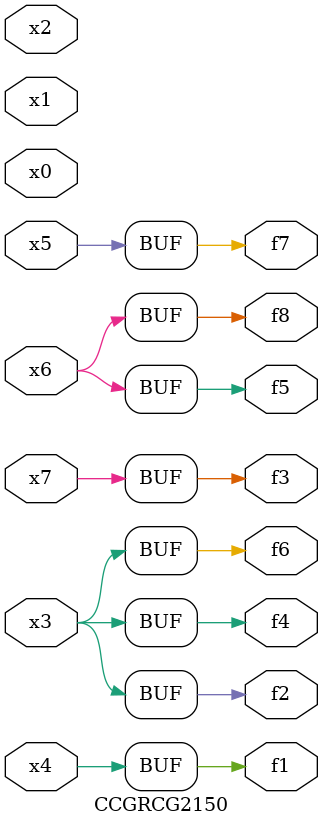
<source format=v>
module CCGRCG2150(
	input x0, x1, x2, x3, x4, x5, x6, x7,
	output f1, f2, f3, f4, f5, f6, f7, f8
);
	assign f1 = x4;
	assign f2 = x3;
	assign f3 = x7;
	assign f4 = x3;
	assign f5 = x6;
	assign f6 = x3;
	assign f7 = x5;
	assign f8 = x6;
endmodule

</source>
